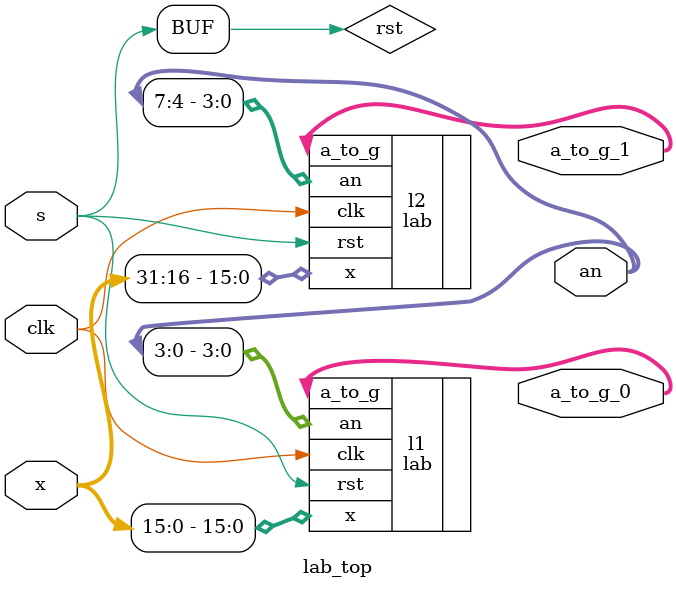
<source format=v>
`timescale 1ns / 1ps


module lab_top(
    input clk,
    input s,
    input [31:0] x,
    output [6:0] a_to_g_0,
    output [6:0] a_to_g_1,
    output [7:0] an
    );
    wire rst;
    assign rst = s;

    
    lab l1 (.x(x[15:0]),
    .clk(clk),
    .rst(rst),
    .a_to_g(a_to_g_0),
    .an(an[3:0])
    );
    lab l2(.x(x[31:16]),
     .clk(clk),
    .rst(rst),
    .a_to_g(a_to_g_1),
    .an(an[7:4])
    );
endmodule


</source>
